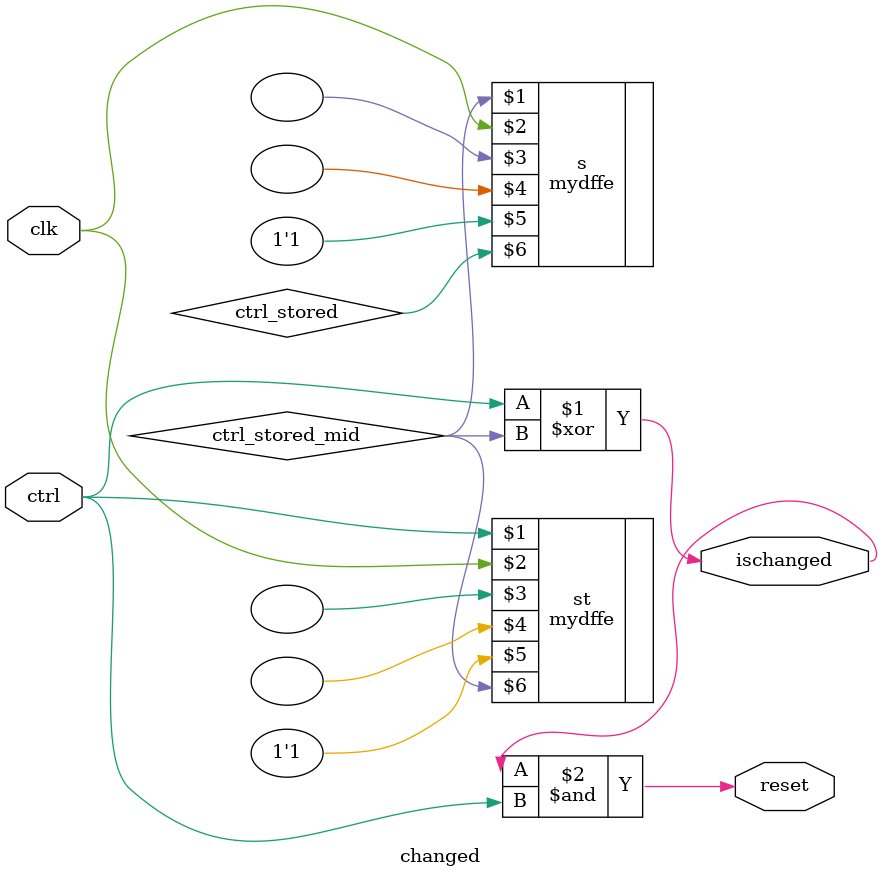
<source format=v>
`ifndef changed_H
`define changed_H//to prevent repeated include
`include "common/mydffe.v"
module changed(ctrl, clk,ischanged,reset);

    input ctrl, clk;
    output ischanged,reset;
    wire ctrl,clrn, prn, ena, ctrl_stored,ctrl_stored_mid,reset;

    mydffe st(ctrl,clk, , , 1'b1, ctrl_stored_mid);
    mydffe s(ctrl_stored_mid,clk, , , 1'b1, ctrl_stored);
    xor axor(ischanged,ctrl,ctrl_stored_mid);
    and rand(reset,ischanged,ctrl);

endmodule
`endif
</source>
